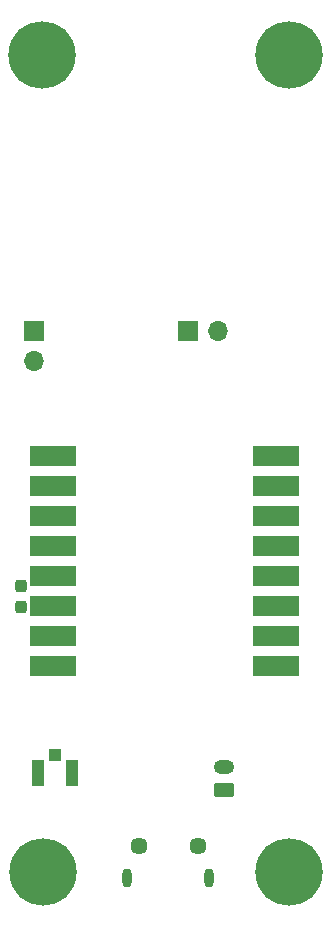
<source format=gbr>
%TF.GenerationSoftware,KiCad,Pcbnew,(6.0.8)*%
%TF.CreationDate,2023-06-03T22:28:48+01:00*%
%TF.ProjectId,circuit board design v2.1,63697263-7569-4742-9062-6f6172642064,rev?*%
%TF.SameCoordinates,Original*%
%TF.FileFunction,Soldermask,Bot*%
%TF.FilePolarity,Negative*%
%FSLAX46Y46*%
G04 Gerber Fmt 4.6, Leading zero omitted, Abs format (unit mm)*
G04 Created by KiCad (PCBNEW (6.0.8)) date 2023-06-03 22:28:48*
%MOMM*%
%LPD*%
G01*
G04 APERTURE LIST*
G04 Aperture macros list*
%AMRoundRect*
0 Rectangle with rounded corners*
0 $1 Rounding radius*
0 $2 $3 $4 $5 $6 $7 $8 $9 X,Y pos of 4 corners*
0 Add a 4 corners polygon primitive as box body*
4,1,4,$2,$3,$4,$5,$6,$7,$8,$9,$2,$3,0*
0 Add four circle primitives for the rounded corners*
1,1,$1+$1,$2,$3*
1,1,$1+$1,$4,$5*
1,1,$1+$1,$6,$7*
1,1,$1+$1,$8,$9*
0 Add four rect primitives between the rounded corners*
20,1,$1+$1,$2,$3,$4,$5,0*
20,1,$1+$1,$4,$5,$6,$7,0*
20,1,$1+$1,$6,$7,$8,$9,0*
20,1,$1+$1,$8,$9,$2,$3,0*%
G04 Aperture macros list end*
%ADD10C,1.450000*%
%ADD11O,0.800000X1.600000*%
%ADD12C,3.600000*%
%ADD13C,5.700000*%
%ADD14R,1.700000X1.700000*%
%ADD15O,1.700000X1.700000*%
%ADD16RoundRect,0.250000X0.625000X-0.350000X0.625000X0.350000X-0.625000X0.350000X-0.625000X-0.350000X0*%
%ADD17O,1.750000X1.200000*%
%ADD18R,4.000000X1.780000*%
%ADD19RoundRect,0.237500X0.237500X-0.300000X0.237500X0.300000X-0.237500X0.300000X-0.237500X-0.300000X0*%
%ADD20R,1.050000X2.200000*%
%ADD21R,1.050000X1.050000*%
G04 APERTURE END LIST*
D10*
%TO.C,J3*%
X33747000Y-88251000D03*
X38747000Y-88251000D03*
D11*
X32747000Y-90951000D03*
X39747000Y-90951000D03*
%TD*%
D12*
%TO.C,H4*%
X46482000Y-90500000D03*
D13*
X46482000Y-90500000D03*
%TD*%
D14*
%TO.C,J1*%
X24892000Y-44699000D03*
D15*
X24892000Y-47239000D03*
%TD*%
D16*
%TO.C,J2*%
X40984000Y-83550000D03*
D17*
X40984000Y-81550000D03*
%TD*%
D13*
%TO.C,H2*%
X46482000Y-21336000D03*
D12*
X46482000Y-21336000D03*
%TD*%
D14*
%TO.C,J6*%
X37968000Y-44704000D03*
D15*
X40508000Y-44704000D03*
%TD*%
D12*
%TO.C,H3*%
X25527000Y-21336000D03*
D13*
X25527000Y-21336000D03*
%TD*%
D12*
%TO.C,H1*%
X25654000Y-90500000D03*
D13*
X25654000Y-90500000D03*
%TD*%
D18*
%TO.C,U10*%
X26466000Y-73058000D03*
X26466000Y-70518000D03*
X26466000Y-67978000D03*
X26466000Y-65438000D03*
X26466000Y-62898000D03*
X26466000Y-60358000D03*
X26466000Y-57818000D03*
X26466000Y-55278000D03*
X45416000Y-55278000D03*
X45416000Y-57818000D03*
X45416000Y-60358000D03*
X45416000Y-62898000D03*
X45416000Y-65438000D03*
X45416000Y-67978000D03*
X45416000Y-70518000D03*
X45416000Y-73058000D03*
%TD*%
D19*
%TO.C,C27*%
X23749000Y-68019000D03*
X23749000Y-66294000D03*
%TD*%
D20*
%TO.C,J4*%
X28145000Y-82099500D03*
X25195000Y-82099500D03*
D21*
X26670000Y-80574500D03*
%TD*%
M02*

</source>
